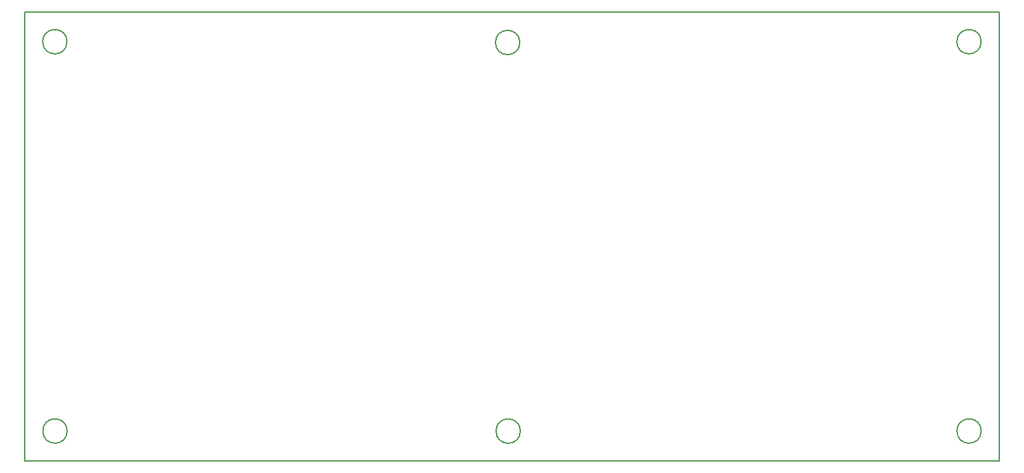
<source format=gbr>
%TF.GenerationSoftware,KiCad,Pcbnew,9.0.6*%
%TF.CreationDate,2025-12-01T10:01:31+02:00*%
%TF.ProjectId,sig_scan_pcb,7369675f-7363-4616-9e5f-7063622e6b69,1*%
%TF.SameCoordinates,Original*%
%TF.FileFunction,Profile,NP*%
%FSLAX46Y46*%
G04 Gerber Fmt 4.6, Leading zero omitted, Abs format (unit mm)*
G04 Created by KiCad (PCBNEW 9.0.6) date 2025-12-01 10:01:31*
%MOMM*%
%LPD*%
G01*
G04 APERTURE LIST*
%TA.AperFunction,Profile*%
%ADD10C,0.150000*%
%TD*%
G04 APERTURE END LIST*
D10*
X149003298Y-76929051D02*
G75*
G02*
X145753300Y-76929051I-1624999J0D01*
G01*
X145753300Y-76929051D02*
G75*
G02*
X149003298Y-76929051I1624999J0D01*
G01*
X87502399Y-76937201D02*
G75*
G02*
X84252401Y-76937201I-1624999J0D01*
G01*
X84252401Y-76937201D02*
G75*
G02*
X87502399Y-76937201I1624999J0D01*
G01*
X87426199Y-25044400D02*
G75*
G02*
X84176201Y-25044400I-1624999J0D01*
G01*
X84176201Y-25044400D02*
G75*
G02*
X87426199Y-25044400I1624999J0D01*
G01*
X148997699Y-24941850D02*
G75*
G02*
X145747701Y-24941850I-1624999J0D01*
G01*
X145747701Y-24941850D02*
G75*
G02*
X148997699Y-24941850I1624999J0D01*
G01*
X21388700Y-20954050D02*
X151388700Y-20954050D01*
X151388700Y-80954050D01*
X21388700Y-80954050D01*
X21388700Y-20954050D01*
X27001499Y-24941850D02*
G75*
G02*
X23751501Y-24941850I-1624999J0D01*
G01*
X23751501Y-24941850D02*
G75*
G02*
X27001499Y-24941850I1624999J0D01*
G01*
X27020298Y-76929051D02*
G75*
G02*
X23770300Y-76929051I-1624999J0D01*
G01*
X23770300Y-76929051D02*
G75*
G02*
X27020298Y-76929051I1624999J0D01*
G01*
M02*

</source>
